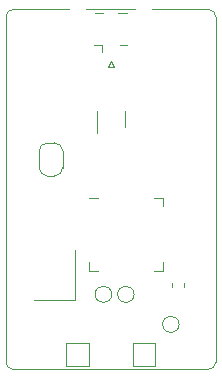
<source format=gbr>
%TF.GenerationSoftware,KiCad,Pcbnew,5.1.6+dfsg1-1~bpo10+1*%
%TF.CreationDate,Date%
%TF.ProjectId,ProMicro_LORA,50726f4d-6963-4726-9f5f-4c4f52412e6b,v1.1*%
%TF.SameCoordinates,Original*%
%TF.FileFunction,Legend,Top*%
%TF.FilePolarity,Positive*%
%FSLAX45Y45*%
G04 Gerber Fmt 4.5, Leading zero omitted, Abs format (unit mm)*
G04 Created by KiCad*
%MOMM*%
%LPD*%
G01*
G04 APERTURE LIST*
%TA.AperFunction,Profile*%
%ADD10C,0.100000*%
%TD*%
%ADD11C,0.120000*%
%ADD12R,1.600000X1.600000*%
%ADD13O,1.600000X1.600000*%
%ADD14R,4.800000X4.800000*%
%ADD15R,1.050000X2.200000*%
%ADD16R,1.000000X1.050000*%
%ADD17C,0.150000*%
%ADD18R,1.500000X1.500000*%
%ADD19R,0.400000X0.650000*%
%ADD20R,1.270000X3.600000*%
%ADD21R,1.350000X4.200000*%
%ADD22C,1.000000*%
%ADD23R,1.200000X1.400000*%
G04 APERTURE END LIST*
D10*
X-127000Y2857500D02*
X-127000Y-63500D01*
X1651000Y2857500D02*
X1651000Y-63500D01*
X-127000Y2857500D02*
G75*
G02*
X-63500Y2921000I63500J0D01*
G01*
X1587500Y2921000D02*
G75*
G02*
X1651000Y2857500I0J-63500D01*
G01*
X-63500Y2921000D02*
X1587500Y2921000D01*
X1651000Y-63500D02*
G75*
G02*
X1587500Y-127000I-63500J0D01*
G01*
X-63500Y-127000D02*
G75*
G02*
X-127000Y-63500I0J63500D01*
G01*
X1587500Y-127000D02*
X-63500Y-127000D01*
D11*
X1125000Y1327000D02*
X1200000Y1327000D01*
X1200000Y1327000D02*
X1200000Y1252000D01*
X653000Y705000D02*
X578000Y705000D01*
X578000Y705000D02*
X578000Y780000D01*
X1125000Y705000D02*
X1200000Y705000D01*
X1200000Y705000D02*
X1200000Y780000D01*
X653000Y1327000D02*
X578000Y1327000D01*
X622000Y2622000D02*
X686000Y2622000D01*
X902000Y2622000D02*
X838000Y2622000D01*
X686000Y2622000D02*
X686000Y2559000D01*
X627000Y2894000D02*
X897000Y2894000D01*
X284000Y1511000D02*
X224000Y1511000D01*
X354000Y1721000D02*
X354000Y1581000D01*
X224000Y1791000D02*
X284000Y1791000D01*
X154000Y1581000D02*
X154000Y1721000D01*
X224000Y1511000D02*
G75*
G02*
X154000Y1581000I0J70000D01*
G01*
X354000Y1581000D02*
G75*
G02*
X284000Y1511000I-70000J0D01*
G01*
X284000Y1791000D02*
G75*
G02*
X354000Y1721000I0J-70000D01*
G01*
X154000Y1721000D02*
G75*
G02*
X224000Y1791000I70000J0D01*
G01*
X948940Y-95000D02*
X948940Y95000D01*
X1138940Y-95000D02*
X948940Y-95000D01*
X1138940Y95000D02*
X1138940Y-95000D01*
X948940Y95000D02*
X1138940Y95000D01*
X384298Y-95000D02*
X384298Y95000D01*
X574298Y-95000D02*
X384298Y-95000D01*
X574298Y95000D02*
X574298Y-95000D01*
X384298Y95000D02*
X574298Y95000D01*
X646000Y2063900D02*
X646000Y1873900D01*
X878000Y1923900D02*
X878000Y2063900D01*
X787000Y2434500D02*
X762000Y2484500D01*
X737000Y2434500D02*
X787000Y2434500D01*
X762000Y2484500D02*
X737000Y2434500D01*
X1340000Y254000D02*
G75*
G03*
X1340000Y254000I-70000J0D01*
G01*
X959000Y508000D02*
G75*
G03*
X959000Y508000I-70000J0D01*
G01*
X768500Y508000D02*
G75*
G03*
X768500Y508000I-70000J0D01*
G01*
X1282500Y603028D02*
X1282500Y570472D01*
X1384500Y603028D02*
X1384500Y570472D01*
X460500Y463100D02*
X460500Y883100D01*
X110500Y463100D02*
X460500Y463100D01*
%LPC*%
D12*
X0Y0D03*
D13*
X0Y254000D03*
X0Y508000D03*
X1524000Y2794000D03*
X0Y762000D03*
X1524000Y2540000D03*
X0Y1016000D03*
X1524000Y2286000D03*
X0Y1270000D03*
X1524000Y2032000D03*
X0Y1524000D03*
X1524000Y1778000D03*
X0Y1778000D03*
X1524000Y1524000D03*
X0Y2032000D03*
X1524000Y1270000D03*
X0Y2286000D03*
X1524000Y1016000D03*
X0Y2540000D03*
X1524000Y762000D03*
X0Y2794000D03*
X1524000Y508000D03*
X1524000Y254000D03*
X1524000Y0D03*
D14*
X889000Y1016000D03*
G36*
G01*
X679000Y1283500D02*
X679000Y1346000D01*
G75*
G02*
X686500Y1353500I7500J0D01*
G01*
X701500Y1353500D01*
G75*
G02*
X709000Y1346000I0J-7500D01*
G01*
X709000Y1283500D01*
G75*
G02*
X701500Y1276000I-7500J0D01*
G01*
X686500Y1276000D01*
G75*
G02*
X679000Y1283500I0J7500D01*
G01*
G37*
G36*
G01*
X744000Y1283500D02*
X744000Y1346000D01*
G75*
G02*
X751500Y1353500I7500J0D01*
G01*
X766500Y1353500D01*
G75*
G02*
X774000Y1346000I0J-7500D01*
G01*
X774000Y1283500D01*
G75*
G02*
X766500Y1276000I-7500J0D01*
G01*
X751500Y1276000D01*
G75*
G02*
X744000Y1283500I0J7500D01*
G01*
G37*
G36*
G01*
X809000Y1283500D02*
X809000Y1346000D01*
G75*
G02*
X816500Y1353500I7500J0D01*
G01*
X831500Y1353500D01*
G75*
G02*
X839000Y1346000I0J-7500D01*
G01*
X839000Y1283500D01*
G75*
G02*
X831500Y1276000I-7500J0D01*
G01*
X816500Y1276000D01*
G75*
G02*
X809000Y1283500I0J7500D01*
G01*
G37*
G36*
G01*
X874000Y1283500D02*
X874000Y1346000D01*
G75*
G02*
X881500Y1353500I7500J0D01*
G01*
X896500Y1353500D01*
G75*
G02*
X904000Y1346000I0J-7500D01*
G01*
X904000Y1283500D01*
G75*
G02*
X896500Y1276000I-7500J0D01*
G01*
X881500Y1276000D01*
G75*
G02*
X874000Y1283500I0J7500D01*
G01*
G37*
G36*
G01*
X939000Y1283500D02*
X939000Y1346000D01*
G75*
G02*
X946500Y1353500I7500J0D01*
G01*
X961500Y1353500D01*
G75*
G02*
X969000Y1346000I0J-7500D01*
G01*
X969000Y1283500D01*
G75*
G02*
X961500Y1276000I-7500J0D01*
G01*
X946500Y1276000D01*
G75*
G02*
X939000Y1283500I0J7500D01*
G01*
G37*
G36*
G01*
X1004000Y1283500D02*
X1004000Y1346000D01*
G75*
G02*
X1011500Y1353500I7500J0D01*
G01*
X1026500Y1353500D01*
G75*
G02*
X1034000Y1346000I0J-7500D01*
G01*
X1034000Y1283500D01*
G75*
G02*
X1026500Y1276000I-7500J0D01*
G01*
X1011500Y1276000D01*
G75*
G02*
X1004000Y1283500I0J7500D01*
G01*
G37*
G36*
G01*
X1069000Y1283500D02*
X1069000Y1346000D01*
G75*
G02*
X1076500Y1353500I7500J0D01*
G01*
X1091500Y1353500D01*
G75*
G02*
X1099000Y1346000I0J-7500D01*
G01*
X1099000Y1283500D01*
G75*
G02*
X1091500Y1276000I-7500J0D01*
G01*
X1076500Y1276000D01*
G75*
G02*
X1069000Y1283500I0J7500D01*
G01*
G37*
G36*
G01*
X1149000Y1203500D02*
X1149000Y1218500D01*
G75*
G02*
X1156500Y1226000I7500J0D01*
G01*
X1219000Y1226000D01*
G75*
G02*
X1226500Y1218500I0J-7500D01*
G01*
X1226500Y1203500D01*
G75*
G02*
X1219000Y1196000I-7500J0D01*
G01*
X1156500Y1196000D01*
G75*
G02*
X1149000Y1203500I0J7500D01*
G01*
G37*
G36*
G01*
X1149000Y1138500D02*
X1149000Y1153500D01*
G75*
G02*
X1156500Y1161000I7500J0D01*
G01*
X1219000Y1161000D01*
G75*
G02*
X1226500Y1153500I0J-7500D01*
G01*
X1226500Y1138500D01*
G75*
G02*
X1219000Y1131000I-7500J0D01*
G01*
X1156500Y1131000D01*
G75*
G02*
X1149000Y1138500I0J7500D01*
G01*
G37*
G36*
G01*
X1149000Y1073500D02*
X1149000Y1088500D01*
G75*
G02*
X1156500Y1096000I7500J0D01*
G01*
X1219000Y1096000D01*
G75*
G02*
X1226500Y1088500I0J-7500D01*
G01*
X1226500Y1073500D01*
G75*
G02*
X1219000Y1066000I-7500J0D01*
G01*
X1156500Y1066000D01*
G75*
G02*
X1149000Y1073500I0J7500D01*
G01*
G37*
G36*
G01*
X1149000Y1008500D02*
X1149000Y1023500D01*
G75*
G02*
X1156500Y1031000I7500J0D01*
G01*
X1219000Y1031000D01*
G75*
G02*
X1226500Y1023500I0J-7500D01*
G01*
X1226500Y1008500D01*
G75*
G02*
X1219000Y1001000I-7500J0D01*
G01*
X1156500Y1001000D01*
G75*
G02*
X1149000Y1008500I0J7500D01*
G01*
G37*
G36*
G01*
X1149000Y943500D02*
X1149000Y958500D01*
G75*
G02*
X1156500Y966000I7500J0D01*
G01*
X1219000Y966000D01*
G75*
G02*
X1226500Y958500I0J-7500D01*
G01*
X1226500Y943500D01*
G75*
G02*
X1219000Y936000I-7500J0D01*
G01*
X1156500Y936000D01*
G75*
G02*
X1149000Y943500I0J7500D01*
G01*
G37*
G36*
G01*
X1149000Y878500D02*
X1149000Y893500D01*
G75*
G02*
X1156500Y901000I7500J0D01*
G01*
X1219000Y901000D01*
G75*
G02*
X1226500Y893500I0J-7500D01*
G01*
X1226500Y878500D01*
G75*
G02*
X1219000Y871000I-7500J0D01*
G01*
X1156500Y871000D01*
G75*
G02*
X1149000Y878500I0J7500D01*
G01*
G37*
G36*
G01*
X1149000Y813500D02*
X1149000Y828500D01*
G75*
G02*
X1156500Y836000I7500J0D01*
G01*
X1219000Y836000D01*
G75*
G02*
X1226500Y828500I0J-7500D01*
G01*
X1226500Y813500D01*
G75*
G02*
X1219000Y806000I-7500J0D01*
G01*
X1156500Y806000D01*
G75*
G02*
X1149000Y813500I0J7500D01*
G01*
G37*
G36*
G01*
X1069000Y686000D02*
X1069000Y748500D01*
G75*
G02*
X1076500Y756000I7500J0D01*
G01*
X1091500Y756000D01*
G75*
G02*
X1099000Y748500I0J-7500D01*
G01*
X1099000Y686000D01*
G75*
G02*
X1091500Y678500I-7500J0D01*
G01*
X1076500Y678500D01*
G75*
G02*
X1069000Y686000I0J7500D01*
G01*
G37*
G36*
G01*
X1004000Y686000D02*
X1004000Y748500D01*
G75*
G02*
X1011500Y756000I7500J0D01*
G01*
X1026500Y756000D01*
G75*
G02*
X1034000Y748500I0J-7500D01*
G01*
X1034000Y686000D01*
G75*
G02*
X1026500Y678500I-7500J0D01*
G01*
X1011500Y678500D01*
G75*
G02*
X1004000Y686000I0J7500D01*
G01*
G37*
G36*
G01*
X939000Y686000D02*
X939000Y748500D01*
G75*
G02*
X946500Y756000I7500J0D01*
G01*
X961500Y756000D01*
G75*
G02*
X969000Y748500I0J-7500D01*
G01*
X969000Y686000D01*
G75*
G02*
X961500Y678500I-7500J0D01*
G01*
X946500Y678500D01*
G75*
G02*
X939000Y686000I0J7500D01*
G01*
G37*
G36*
G01*
X874000Y686000D02*
X874000Y748500D01*
G75*
G02*
X881500Y756000I7500J0D01*
G01*
X896500Y756000D01*
G75*
G02*
X904000Y748500I0J-7500D01*
G01*
X904000Y686000D01*
G75*
G02*
X896500Y678500I-7500J0D01*
G01*
X881500Y678500D01*
G75*
G02*
X874000Y686000I0J7500D01*
G01*
G37*
G36*
G01*
X809000Y686000D02*
X809000Y748500D01*
G75*
G02*
X816500Y756000I7500J0D01*
G01*
X831500Y756000D01*
G75*
G02*
X839000Y748500I0J-7500D01*
G01*
X839000Y686000D01*
G75*
G02*
X831500Y678500I-7500J0D01*
G01*
X816500Y678500D01*
G75*
G02*
X809000Y686000I0J7500D01*
G01*
G37*
G36*
G01*
X744000Y686000D02*
X744000Y748500D01*
G75*
G02*
X751500Y756000I7500J0D01*
G01*
X766500Y756000D01*
G75*
G02*
X774000Y748500I0J-7500D01*
G01*
X774000Y686000D01*
G75*
G02*
X766500Y678500I-7500J0D01*
G01*
X751500Y678500D01*
G75*
G02*
X744000Y686000I0J7500D01*
G01*
G37*
G36*
G01*
X679000Y686000D02*
X679000Y748500D01*
G75*
G02*
X686500Y756000I7500J0D01*
G01*
X701500Y756000D01*
G75*
G02*
X709000Y748500I0J-7500D01*
G01*
X709000Y686000D01*
G75*
G02*
X701500Y678500I-7500J0D01*
G01*
X686500Y678500D01*
G75*
G02*
X679000Y686000I0J7500D01*
G01*
G37*
G36*
G01*
X551500Y813500D02*
X551500Y828500D01*
G75*
G02*
X559000Y836000I7500J0D01*
G01*
X621500Y836000D01*
G75*
G02*
X629000Y828500I0J-7500D01*
G01*
X629000Y813500D01*
G75*
G02*
X621500Y806000I-7500J0D01*
G01*
X559000Y806000D01*
G75*
G02*
X551500Y813500I0J7500D01*
G01*
G37*
G36*
G01*
X551500Y878500D02*
X551500Y893500D01*
G75*
G02*
X559000Y901000I7500J0D01*
G01*
X621500Y901000D01*
G75*
G02*
X629000Y893500I0J-7500D01*
G01*
X629000Y878500D01*
G75*
G02*
X621500Y871000I-7500J0D01*
G01*
X559000Y871000D01*
G75*
G02*
X551500Y878500I0J7500D01*
G01*
G37*
G36*
G01*
X551500Y943500D02*
X551500Y958500D01*
G75*
G02*
X559000Y966000I7500J0D01*
G01*
X621500Y966000D01*
G75*
G02*
X629000Y958500I0J-7500D01*
G01*
X629000Y943500D01*
G75*
G02*
X621500Y936000I-7500J0D01*
G01*
X559000Y936000D01*
G75*
G02*
X551500Y943500I0J7500D01*
G01*
G37*
G36*
G01*
X551500Y1008500D02*
X551500Y1023500D01*
G75*
G02*
X559000Y1031000I7500J0D01*
G01*
X621500Y1031000D01*
G75*
G02*
X629000Y1023500I0J-7500D01*
G01*
X629000Y1008500D01*
G75*
G02*
X621500Y1001000I-7500J0D01*
G01*
X559000Y1001000D01*
G75*
G02*
X551500Y1008500I0J7500D01*
G01*
G37*
G36*
G01*
X551500Y1073500D02*
X551500Y1088500D01*
G75*
G02*
X559000Y1096000I7500J0D01*
G01*
X621500Y1096000D01*
G75*
G02*
X629000Y1088500I0J-7500D01*
G01*
X629000Y1073500D01*
G75*
G02*
X621500Y1066000I-7500J0D01*
G01*
X559000Y1066000D01*
G75*
G02*
X551500Y1073500I0J7500D01*
G01*
G37*
G36*
G01*
X551500Y1138500D02*
X551500Y1153500D01*
G75*
G02*
X559000Y1161000I7500J0D01*
G01*
X621500Y1161000D01*
G75*
G02*
X629000Y1153500I0J-7500D01*
G01*
X629000Y1138500D01*
G75*
G02*
X621500Y1131000I-7500J0D01*
G01*
X559000Y1131000D01*
G75*
G02*
X551500Y1138500I0J7500D01*
G01*
G37*
G36*
G01*
X551500Y1203500D02*
X551500Y1218500D01*
G75*
G02*
X559000Y1226000I7500J0D01*
G01*
X621500Y1226000D01*
G75*
G02*
X629000Y1218500I0J-7500D01*
G01*
X629000Y1203500D01*
G75*
G02*
X621500Y1196000I-7500J0D01*
G01*
X559000Y1196000D01*
G75*
G02*
X551500Y1203500I0J7500D01*
G01*
G37*
D15*
X614500Y2758000D03*
D16*
X762000Y2605500D03*
D15*
X909500Y2758000D03*
D17*
G36*
X179060Y1716000D02*
G01*
X179060Y1718453D01*
X179541Y1723336D01*
X180498Y1728149D01*
X181923Y1732844D01*
X183800Y1737378D01*
X186114Y1741705D01*
X188840Y1745785D01*
X191952Y1749578D01*
X195422Y1753048D01*
X199215Y1756160D01*
X203295Y1758886D01*
X207622Y1761199D01*
X212155Y1763077D01*
X216851Y1764502D01*
X221663Y1765459D01*
X226547Y1765940D01*
X229000Y1765940D01*
X229000Y1766000D01*
X279000Y1766000D01*
X279000Y1765940D01*
X281453Y1765940D01*
X286337Y1765459D01*
X291149Y1764502D01*
X295845Y1763077D01*
X300378Y1761199D01*
X304705Y1758886D01*
X308785Y1756160D01*
X312578Y1753048D01*
X316048Y1749578D01*
X319160Y1745785D01*
X321886Y1741705D01*
X324200Y1737378D01*
X326077Y1732844D01*
X327502Y1728149D01*
X328459Y1723336D01*
X328940Y1718453D01*
X328940Y1716000D01*
X329000Y1716000D01*
X329000Y1666000D01*
X179000Y1666000D01*
X179000Y1716000D01*
X179060Y1716000D01*
G37*
G36*
X329000Y1636000D02*
G01*
X329000Y1586000D01*
X328940Y1586000D01*
X328940Y1583547D01*
X328459Y1578663D01*
X327502Y1573851D01*
X326077Y1569155D01*
X324200Y1564622D01*
X321886Y1560295D01*
X319160Y1556215D01*
X316048Y1552422D01*
X312578Y1548952D01*
X308785Y1545840D01*
X304705Y1543114D01*
X300378Y1540800D01*
X295845Y1538923D01*
X291149Y1537498D01*
X286337Y1536541D01*
X281453Y1536060D01*
X279000Y1536060D01*
X279000Y1536000D01*
X229000Y1536000D01*
X229000Y1536060D01*
X226547Y1536060D01*
X221663Y1536541D01*
X216851Y1537498D01*
X212155Y1538923D01*
X207622Y1540800D01*
X203295Y1543114D01*
X199215Y1545840D01*
X195422Y1548952D01*
X191952Y1552422D01*
X188840Y1556215D01*
X186114Y1560295D01*
X183800Y1564622D01*
X181923Y1569155D01*
X180498Y1573851D01*
X179541Y1578663D01*
X179060Y1583547D01*
X179060Y1586000D01*
X179000Y1586000D01*
X179000Y1636000D01*
X329000Y1636000D01*
G37*
G36*
G01*
X868150Y1543000D02*
X833650Y1543000D01*
G75*
G02*
X818900Y1557750I0J14750D01*
G01*
X818900Y1587250D01*
G75*
G02*
X833650Y1602000I14750J0D01*
G01*
X868150Y1602000D01*
G75*
G02*
X882900Y1587250I0J-14750D01*
G01*
X882900Y1557750D01*
G75*
G02*
X868150Y1543000I-14750J0D01*
G01*
G37*
G36*
G01*
X868150Y1446000D02*
X833650Y1446000D01*
G75*
G02*
X818900Y1460750I0J14750D01*
G01*
X818900Y1490250D01*
G75*
G02*
X833650Y1505000I14750J0D01*
G01*
X868150Y1505000D01*
G75*
G02*
X882900Y1490250I0J-14750D01*
G01*
X882900Y1460750D01*
G75*
G02*
X868150Y1446000I-14750J0D01*
G01*
G37*
G36*
G01*
X1211050Y1733500D02*
X1176550Y1733500D01*
G75*
G02*
X1161800Y1748250I0J14750D01*
G01*
X1161800Y1777750D01*
G75*
G02*
X1176550Y1792500I14750J0D01*
G01*
X1211050Y1792500D01*
G75*
G02*
X1225800Y1777750I0J-14750D01*
G01*
X1225800Y1748250D01*
G75*
G02*
X1211050Y1733500I-14750J0D01*
G01*
G37*
G36*
G01*
X1211050Y1636500D02*
X1176550Y1636500D01*
G75*
G02*
X1161800Y1651250I0J14750D01*
G01*
X1161800Y1680750D01*
G75*
G02*
X1176550Y1695500I14750J0D01*
G01*
X1211050Y1695500D01*
G75*
G02*
X1225800Y1680750I0J-14750D01*
G01*
X1225800Y1651250D01*
G75*
G02*
X1211050Y1636500I-14750J0D01*
G01*
G37*
D18*
X1043940Y0D03*
X479298Y0D03*
G36*
G01*
X489000Y2011150D02*
X489000Y1976650D01*
G75*
G02*
X474250Y1961900I-14750J0D01*
G01*
X444750Y1961900D01*
G75*
G02*
X430000Y1976650I0J14750D01*
G01*
X430000Y2011150D01*
G75*
G02*
X444750Y2025900I14750J0D01*
G01*
X474250Y2025900D01*
G75*
G02*
X489000Y2011150I0J-14750D01*
G01*
G37*
G36*
G01*
X586000Y2011150D02*
X586000Y1976650D01*
G75*
G02*
X571250Y1961900I-14750J0D01*
G01*
X541750Y1961900D01*
G75*
G02*
X527000Y1976650I0J14750D01*
G01*
X527000Y2011150D01*
G75*
G02*
X541750Y2025900I14750J0D01*
G01*
X571250Y2025900D01*
G75*
G02*
X586000Y2011150I0J-14750D01*
G01*
G37*
G36*
G01*
X1050000Y2205250D02*
X1050000Y2239750D01*
G75*
G02*
X1064750Y2254500I14750J0D01*
G01*
X1094250Y2254500D01*
G75*
G02*
X1109000Y2239750I0J-14750D01*
G01*
X1109000Y2205250D01*
G75*
G02*
X1094250Y2190500I-14750J0D01*
G01*
X1064750Y2190500D01*
G75*
G02*
X1050000Y2205250I0J14750D01*
G01*
G37*
G36*
G01*
X953000Y2205250D02*
X953000Y2239750D01*
G75*
G02*
X967750Y2254500I14750J0D01*
G01*
X997250Y2254500D01*
G75*
G02*
X1012000Y2239750I0J-14750D01*
G01*
X1012000Y2205250D01*
G75*
G02*
X997250Y2190500I-14750J0D01*
G01*
X967750Y2190500D01*
G75*
G02*
X953000Y2205250I0J14750D01*
G01*
G37*
G36*
G01*
X554250Y1695500D02*
X588750Y1695500D01*
G75*
G02*
X603500Y1680750I0J-14750D01*
G01*
X603500Y1651250D01*
G75*
G02*
X588750Y1636500I-14750J0D01*
G01*
X554250Y1636500D01*
G75*
G02*
X539500Y1651250I0J14750D01*
G01*
X539500Y1680750D01*
G75*
G02*
X554250Y1695500I14750J0D01*
G01*
G37*
G36*
G01*
X554250Y1792500D02*
X588750Y1792500D01*
G75*
G02*
X603500Y1777750I0J-14750D01*
G01*
X603500Y1748250D01*
G75*
G02*
X588750Y1733500I-14750J0D01*
G01*
X554250Y1733500D01*
G75*
G02*
X539500Y1748250I0J14750D01*
G01*
X539500Y1777750D01*
G75*
G02*
X554250Y1792500I14750J0D01*
G01*
G37*
G36*
G01*
X552500Y2366750D02*
X552500Y2332250D01*
G75*
G02*
X537750Y2317500I-14750J0D01*
G01*
X508250Y2317500D01*
G75*
G02*
X493500Y2332250I0J14750D01*
G01*
X493500Y2366750D01*
G75*
G02*
X508250Y2381500I14750J0D01*
G01*
X537750Y2381500D01*
G75*
G02*
X552500Y2366750I0J-14750D01*
G01*
G37*
G36*
G01*
X649500Y2366750D02*
X649500Y2332250D01*
G75*
G02*
X634750Y2317500I-14750J0D01*
G01*
X605250Y2317500D01*
G75*
G02*
X590500Y2332250I0J14750D01*
G01*
X590500Y2366750D01*
G75*
G02*
X605250Y2381500I14750J0D01*
G01*
X634750Y2381500D01*
G75*
G02*
X649500Y2366750I0J-14750D01*
G01*
G37*
G36*
G01*
X1050000Y2332250D02*
X1050000Y2366750D01*
G75*
G02*
X1064750Y2381500I14750J0D01*
G01*
X1094250Y2381500D01*
G75*
G02*
X1109000Y2366750I0J-14750D01*
G01*
X1109000Y2332250D01*
G75*
G02*
X1094250Y2317500I-14750J0D01*
G01*
X1064750Y2317500D01*
G75*
G02*
X1050000Y2332250I0J14750D01*
G01*
G37*
G36*
G01*
X953000Y2332250D02*
X953000Y2366750D01*
G75*
G02*
X967750Y2381500I14750J0D01*
G01*
X997250Y2381500D01*
G75*
G02*
X1012000Y2366750I0J-14750D01*
G01*
X1012000Y2332250D01*
G75*
G02*
X997250Y2317500I-14750J0D01*
G01*
X967750Y2317500D01*
G75*
G02*
X953000Y2332250I0J14750D01*
G01*
G37*
G36*
G01*
X791500Y2239750D02*
X791500Y2205250D01*
G75*
G02*
X776750Y2190500I-14750J0D01*
G01*
X747250Y2190500D01*
G75*
G02*
X732500Y2205250I0J14750D01*
G01*
X732500Y2239750D01*
G75*
G02*
X747250Y2254500I14750J0D01*
G01*
X776750Y2254500D01*
G75*
G02*
X791500Y2239750I0J-14750D01*
G01*
G37*
G36*
G01*
X888500Y2239750D02*
X888500Y2205250D01*
G75*
G02*
X873750Y2190500I-14750J0D01*
G01*
X844250Y2190500D01*
G75*
G02*
X829500Y2205250I0J14750D01*
G01*
X829500Y2239750D01*
G75*
G02*
X844250Y2254500I14750J0D01*
G01*
X873750Y2254500D01*
G75*
G02*
X888500Y2239750I0J-14750D01*
G01*
G37*
G36*
G01*
X489000Y1909550D02*
X489000Y1875050D01*
G75*
G02*
X474250Y1860300I-14750J0D01*
G01*
X444750Y1860300D01*
G75*
G02*
X430000Y1875050I0J14750D01*
G01*
X430000Y1909550D01*
G75*
G02*
X444750Y1924300I14750J0D01*
G01*
X474250Y1924300D01*
G75*
G02*
X489000Y1909550I0J-14750D01*
G01*
G37*
G36*
G01*
X586000Y1909550D02*
X586000Y1875050D01*
G75*
G02*
X571250Y1860300I-14750J0D01*
G01*
X541750Y1860300D01*
G75*
G02*
X527000Y1875050I0J14750D01*
G01*
X527000Y1909550D01*
G75*
G02*
X541750Y1924300I14750J0D01*
G01*
X571250Y1924300D01*
G75*
G02*
X586000Y1909550I0J-14750D01*
G01*
G37*
G36*
G01*
X1050000Y1875050D02*
X1050000Y1909550D01*
G75*
G02*
X1064750Y1924300I14750J0D01*
G01*
X1094250Y1924300D01*
G75*
G02*
X1109000Y1909550I0J-14750D01*
G01*
X1109000Y1875050D01*
G75*
G02*
X1094250Y1860300I-14750J0D01*
G01*
X1064750Y1860300D01*
G75*
G02*
X1050000Y1875050I0J14750D01*
G01*
G37*
G36*
G01*
X953000Y1875050D02*
X953000Y1909550D01*
G75*
G02*
X967750Y1924300I14750J0D01*
G01*
X997250Y1924300D01*
G75*
G02*
X1012000Y1909550I0J-14750D01*
G01*
X1012000Y1875050D01*
G75*
G02*
X997250Y1860300I-14750J0D01*
G01*
X967750Y1860300D01*
G75*
G02*
X953000Y1875050I0J14750D01*
G01*
G37*
G36*
G01*
X1109000Y2011150D02*
X1109000Y1976650D01*
G75*
G02*
X1094250Y1961900I-14750J0D01*
G01*
X1064750Y1961900D01*
G75*
G02*
X1050000Y1976650I0J14750D01*
G01*
X1050000Y2011150D01*
G75*
G02*
X1064750Y2025900I14750J0D01*
G01*
X1094250Y2025900D01*
G75*
G02*
X1109000Y2011150I0J-14750D01*
G01*
G37*
G36*
G01*
X1012000Y2011150D02*
X1012000Y1976650D01*
G75*
G02*
X997250Y1961900I-14750J0D01*
G01*
X967750Y1961900D01*
G75*
G02*
X953000Y1976650I0J14750D01*
G01*
X953000Y2011150D01*
G75*
G02*
X967750Y2025900I14750J0D01*
G01*
X997250Y2025900D01*
G75*
G02*
X1012000Y2011150I0J-14750D01*
G01*
G37*
G36*
G01*
X461750Y1733500D02*
X427250Y1733500D01*
G75*
G02*
X412500Y1748250I0J14750D01*
G01*
X412500Y1777750D01*
G75*
G02*
X427250Y1792500I14750J0D01*
G01*
X461750Y1792500D01*
G75*
G02*
X476500Y1777750I0J-14750D01*
G01*
X476500Y1748250D01*
G75*
G02*
X461750Y1733500I-14750J0D01*
G01*
G37*
G36*
G01*
X461750Y1636500D02*
X427250Y1636500D01*
G75*
G02*
X412500Y1651250I0J14750D01*
G01*
X412500Y1680750D01*
G75*
G02*
X427250Y1695500I14750J0D01*
G01*
X461750Y1695500D01*
G75*
G02*
X476500Y1680750I0J-14750D01*
G01*
X476500Y1651250D01*
G75*
G02*
X461750Y1636500I-14750J0D01*
G01*
G37*
G36*
G01*
X935250Y1695500D02*
X969750Y1695500D01*
G75*
G02*
X984500Y1680750I0J-14750D01*
G01*
X984500Y1651250D01*
G75*
G02*
X969750Y1636500I-14750J0D01*
G01*
X935250Y1636500D01*
G75*
G02*
X920500Y1651250I0J14750D01*
G01*
X920500Y1680750D01*
G75*
G02*
X935250Y1695500I14750J0D01*
G01*
G37*
G36*
G01*
X935250Y1792500D02*
X969750Y1792500D01*
G75*
G02*
X984500Y1777750I0J-14750D01*
G01*
X984500Y1748250D01*
G75*
G02*
X969750Y1733500I-14750J0D01*
G01*
X935250Y1733500D01*
G75*
G02*
X920500Y1748250I0J14750D01*
G01*
X920500Y1777750D01*
G75*
G02*
X935250Y1792500I14750J0D01*
G01*
G37*
G36*
G01*
X1096750Y1543000D02*
X1062250Y1543000D01*
G75*
G02*
X1047500Y1557750I0J14750D01*
G01*
X1047500Y1587250D01*
G75*
G02*
X1062250Y1602000I14750J0D01*
G01*
X1096750Y1602000D01*
G75*
G02*
X1111500Y1587250I0J-14750D01*
G01*
X1111500Y1557750D01*
G75*
G02*
X1096750Y1543000I-14750J0D01*
G01*
G37*
G36*
G01*
X1096750Y1446000D02*
X1062250Y1446000D01*
G75*
G02*
X1047500Y1460750I0J14750D01*
G01*
X1047500Y1490250D01*
G75*
G02*
X1062250Y1505000I14750J0D01*
G01*
X1096750Y1505000D01*
G75*
G02*
X1111500Y1490250I0J-14750D01*
G01*
X1111500Y1460750D01*
G75*
G02*
X1096750Y1446000I-14750J0D01*
G01*
G37*
D19*
X697000Y2088900D03*
X827000Y2088900D03*
X762000Y1898900D03*
X762000Y2088900D03*
X827000Y1898900D03*
X697000Y1898900D03*
G36*
G01*
X1012000Y2112750D02*
X1012000Y2078250D01*
G75*
G02*
X997250Y2063500I-14750J0D01*
G01*
X967750Y2063500D01*
G75*
G02*
X953000Y2078250I0J14750D01*
G01*
X953000Y2112750D01*
G75*
G02*
X967750Y2127500I14750J0D01*
G01*
X997250Y2127500D01*
G75*
G02*
X1012000Y2112750I0J-14750D01*
G01*
G37*
G36*
G01*
X1109000Y2112750D02*
X1109000Y2078250D01*
G75*
G02*
X1094250Y2063500I-14750J0D01*
G01*
X1064750Y2063500D01*
G75*
G02*
X1050000Y2078250I0J14750D01*
G01*
X1050000Y2112750D01*
G75*
G02*
X1064750Y2127500I14750J0D01*
G01*
X1094250Y2127500D01*
G75*
G02*
X1109000Y2112750I0J-14750D01*
G01*
G37*
G36*
G01*
X791500Y2366750D02*
X791500Y2332250D01*
G75*
G02*
X776750Y2317500I-14750J0D01*
G01*
X747250Y2317500D01*
G75*
G02*
X732500Y2332250I0J14750D01*
G01*
X732500Y2366750D01*
G75*
G02*
X747250Y2381500I14750J0D01*
G01*
X776750Y2381500D01*
G75*
G02*
X791500Y2366750I0J-14750D01*
G01*
G37*
G36*
G01*
X888500Y2366750D02*
X888500Y2332250D01*
G75*
G02*
X873750Y2317500I-14750J0D01*
G01*
X844250Y2317500D01*
G75*
G02*
X829500Y2332250I0J14750D01*
G01*
X829500Y2366750D01*
G75*
G02*
X844250Y2381500I14750J0D01*
G01*
X873750Y2381500D01*
G75*
G02*
X888500Y2366750I0J-14750D01*
G01*
G37*
G36*
G01*
X715750Y1733500D02*
X681250Y1733500D01*
G75*
G02*
X666500Y1748250I0J14750D01*
G01*
X666500Y1777750D01*
G75*
G02*
X681250Y1792500I14750J0D01*
G01*
X715750Y1792500D01*
G75*
G02*
X730500Y1777750I0J-14750D01*
G01*
X730500Y1748250D01*
G75*
G02*
X715750Y1733500I-14750J0D01*
G01*
G37*
G36*
G01*
X715750Y1636500D02*
X681250Y1636500D01*
G75*
G02*
X666500Y1651250I0J14750D01*
G01*
X666500Y1680750D01*
G75*
G02*
X681250Y1695500I14750J0D01*
G01*
X715750Y1695500D01*
G75*
G02*
X730500Y1680750I0J-14750D01*
G01*
X730500Y1651250D01*
G75*
G02*
X715750Y1636500I-14750J0D01*
G01*
G37*
G36*
G01*
X1096750Y1733500D02*
X1062250Y1733500D01*
G75*
G02*
X1047500Y1748250I0J14750D01*
G01*
X1047500Y1777750D01*
G75*
G02*
X1062250Y1792500I14750J0D01*
G01*
X1096750Y1792500D01*
G75*
G02*
X1111500Y1777750I0J-14750D01*
G01*
X1111500Y1748250D01*
G75*
G02*
X1096750Y1733500I-14750J0D01*
G01*
G37*
G36*
G01*
X1096750Y1636500D02*
X1062250Y1636500D01*
G75*
G02*
X1047500Y1651250I0J14750D01*
G01*
X1047500Y1680750D01*
G75*
G02*
X1062250Y1695500I14750J0D01*
G01*
X1096750Y1695500D01*
G75*
G02*
X1111500Y1680750I0J-14750D01*
G01*
X1111500Y1651250D01*
G75*
G02*
X1096750Y1636500I-14750J0D01*
G01*
G37*
G36*
G01*
X808250Y1695500D02*
X842750Y1695500D01*
G75*
G02*
X857500Y1680750I0J-14750D01*
G01*
X857500Y1651250D01*
G75*
G02*
X842750Y1636500I-14750J0D01*
G01*
X808250Y1636500D01*
G75*
G02*
X793500Y1651250I0J14750D01*
G01*
X793500Y1680750D01*
G75*
G02*
X808250Y1695500I14750J0D01*
G01*
G37*
G36*
G01*
X808250Y1792500D02*
X842750Y1792500D01*
G75*
G02*
X857500Y1777750I0J-14750D01*
G01*
X857500Y1748250D01*
G75*
G02*
X842750Y1733500I-14750J0D01*
G01*
X808250Y1733500D01*
G75*
G02*
X793500Y1748250I0J14750D01*
G01*
X793500Y1777750D01*
G75*
G02*
X808250Y1792500I14750J0D01*
G01*
G37*
G36*
G01*
X969750Y1543000D02*
X935250Y1543000D01*
G75*
G02*
X920500Y1557750I0J14750D01*
G01*
X920500Y1587250D01*
G75*
G02*
X935250Y1602000I14750J0D01*
G01*
X969750Y1602000D01*
G75*
G02*
X984500Y1587250I0J-14750D01*
G01*
X984500Y1557750D01*
G75*
G02*
X969750Y1543000I-14750J0D01*
G01*
G37*
G36*
G01*
X969750Y1446000D02*
X935250Y1446000D01*
G75*
G02*
X920500Y1460750I0J14750D01*
G01*
X920500Y1490250D01*
G75*
G02*
X935250Y1505000I14750J0D01*
G01*
X969750Y1505000D01*
G75*
G02*
X984500Y1490250I0J-14750D01*
G01*
X984500Y1460750D01*
G75*
G02*
X969750Y1446000I-14750J0D01*
G01*
G37*
D20*
X762000Y2730500D03*
D21*
X479500Y2710500D03*
X1044500Y2710500D03*
D22*
X1270000Y254000D03*
X889000Y508000D03*
X698500Y508000D03*
G36*
G01*
X1307875Y551750D02*
X1359125Y551750D01*
G75*
G02*
X1381000Y529875I0J-21875D01*
G01*
X1381000Y486125D01*
G75*
G02*
X1359125Y464250I-21875J0D01*
G01*
X1307875Y464250D01*
G75*
G02*
X1286000Y486125I0J21875D01*
G01*
X1286000Y529875D01*
G75*
G02*
X1307875Y551750I21875J0D01*
G01*
G37*
G36*
G01*
X1307875Y709250D02*
X1359125Y709250D01*
G75*
G02*
X1381000Y687375I0J-21875D01*
G01*
X1381000Y643625D01*
G75*
G02*
X1359125Y621750I-21875J0D01*
G01*
X1307875Y621750D01*
G75*
G02*
X1286000Y643625I0J21875D01*
G01*
X1286000Y687375D01*
G75*
G02*
X1307875Y709250I21875J0D01*
G01*
G37*
D23*
X190500Y553100D03*
X190500Y793100D03*
X380500Y793100D03*
X380500Y553100D03*
G36*
G01*
X1189250Y634500D02*
X1223750Y634500D01*
G75*
G02*
X1238500Y619750I0J-14750D01*
G01*
X1238500Y590250D01*
G75*
G02*
X1223750Y575500I-14750J0D01*
G01*
X1189250Y575500D01*
G75*
G02*
X1174500Y590250I0J14750D01*
G01*
X1174500Y619750D01*
G75*
G02*
X1189250Y634500I14750J0D01*
G01*
G37*
G36*
G01*
X1189250Y537500D02*
X1223750Y537500D01*
G75*
G02*
X1238500Y522750I0J-14750D01*
G01*
X1238500Y493250D01*
G75*
G02*
X1223750Y478500I-14750J0D01*
G01*
X1189250Y478500D01*
G75*
G02*
X1174500Y493250I0J14750D01*
G01*
X1174500Y522750D01*
G75*
G02*
X1189250Y537500I14750J0D01*
G01*
G37*
G36*
G01*
X362000Y1414250D02*
X362000Y1379750D01*
G75*
G02*
X347250Y1365000I-14750J0D01*
G01*
X317750Y1365000D01*
G75*
G02*
X303000Y1379750I0J14750D01*
G01*
X303000Y1414250D01*
G75*
G02*
X317750Y1429000I14750J0D01*
G01*
X347250Y1429000D01*
G75*
G02*
X362000Y1414250I0J-14750D01*
G01*
G37*
G36*
G01*
X459000Y1414250D02*
X459000Y1379750D01*
G75*
G02*
X444250Y1365000I-14750J0D01*
G01*
X414750Y1365000D01*
G75*
G02*
X400000Y1379750I0J14750D01*
G01*
X400000Y1414250D01*
G75*
G02*
X414750Y1429000I14750J0D01*
G01*
X444250Y1429000D01*
G75*
G02*
X459000Y1414250I0J-14750D01*
G01*
G37*
G36*
G01*
X362000Y1033250D02*
X362000Y998750D01*
G75*
G02*
X347250Y984000I-14750J0D01*
G01*
X317750Y984000D01*
G75*
G02*
X303000Y998750I0J14750D01*
G01*
X303000Y1033250D01*
G75*
G02*
X317750Y1048000I14750J0D01*
G01*
X347250Y1048000D01*
G75*
G02*
X362000Y1033250I0J-14750D01*
G01*
G37*
G36*
G01*
X459000Y1033250D02*
X459000Y998750D01*
G75*
G02*
X444250Y984000I-14750J0D01*
G01*
X414750Y984000D01*
G75*
G02*
X400000Y998750I0J14750D01*
G01*
X400000Y1033250D01*
G75*
G02*
X414750Y1048000I14750J0D01*
G01*
X444250Y1048000D01*
G75*
G02*
X459000Y1033250I0J-14750D01*
G01*
G37*
G36*
G01*
X427250Y1187500D02*
X461750Y1187500D01*
G75*
G02*
X476500Y1172750I0J-14750D01*
G01*
X476500Y1143250D01*
G75*
G02*
X461750Y1128500I-14750J0D01*
G01*
X427250Y1128500D01*
G75*
G02*
X412500Y1143250I0J14750D01*
G01*
X412500Y1172750D01*
G75*
G02*
X427250Y1187500I14750J0D01*
G01*
G37*
G36*
G01*
X427250Y1284500D02*
X461750Y1284500D01*
G75*
G02*
X476500Y1269750I0J-14750D01*
G01*
X476500Y1240250D01*
G75*
G02*
X461750Y1225500I-14750J0D01*
G01*
X427250Y1225500D01*
G75*
G02*
X412500Y1240250I0J14750D01*
G01*
X412500Y1269750D01*
G75*
G02*
X427250Y1284500I14750J0D01*
G01*
G37*
G36*
G01*
X334750Y1225500D02*
X300250Y1225500D01*
G75*
G02*
X285500Y1240250I0J14750D01*
G01*
X285500Y1269750D01*
G75*
G02*
X300250Y1284500I14750J0D01*
G01*
X334750Y1284500D01*
G75*
G02*
X349500Y1269750I0J-14750D01*
G01*
X349500Y1240250D01*
G75*
G02*
X334750Y1225500I-14750J0D01*
G01*
G37*
G36*
G01*
X334750Y1128500D02*
X300250Y1128500D01*
G75*
G02*
X285500Y1143250I0J14750D01*
G01*
X285500Y1172750D01*
G75*
G02*
X300250Y1187500I14750J0D01*
G01*
X334750Y1187500D01*
G75*
G02*
X349500Y1172750I0J-14750D01*
G01*
X349500Y1143250D01*
G75*
G02*
X334750Y1128500I-14750J0D01*
G01*
G37*
G36*
G01*
X1096750Y575500D02*
X1062250Y575500D01*
G75*
G02*
X1047500Y590250I0J14750D01*
G01*
X1047500Y619750D01*
G75*
G02*
X1062250Y634500I14750J0D01*
G01*
X1096750Y634500D01*
G75*
G02*
X1111500Y619750I0J-14750D01*
G01*
X1111500Y590250D01*
G75*
G02*
X1096750Y575500I-14750J0D01*
G01*
G37*
G36*
G01*
X1096750Y478500D02*
X1062250Y478500D01*
G75*
G02*
X1047500Y493250I0J14750D01*
G01*
X1047500Y522750D01*
G75*
G02*
X1062250Y537500I14750J0D01*
G01*
X1096750Y537500D01*
G75*
G02*
X1111500Y522750I0J-14750D01*
G01*
X1111500Y493250D01*
G75*
G02*
X1096750Y478500I-14750J0D01*
G01*
G37*
G36*
G01*
X617750Y1505000D02*
X652250Y1505000D01*
G75*
G02*
X667000Y1490250I0J-14750D01*
G01*
X667000Y1460750D01*
G75*
G02*
X652250Y1446000I-14750J0D01*
G01*
X617750Y1446000D01*
G75*
G02*
X603000Y1460750I0J14750D01*
G01*
X603000Y1490250D01*
G75*
G02*
X617750Y1505000I14750J0D01*
G01*
G37*
G36*
G01*
X617750Y1602000D02*
X652250Y1602000D01*
G75*
G02*
X667000Y1587250I0J-14750D01*
G01*
X667000Y1557750D01*
G75*
G02*
X652250Y1543000I-14750J0D01*
G01*
X617750Y1543000D01*
G75*
G02*
X603000Y1557750I0J14750D01*
G01*
X603000Y1587250D01*
G75*
G02*
X617750Y1602000I14750J0D01*
G01*
G37*
G36*
G01*
X766550Y1543000D02*
X732050Y1543000D01*
G75*
G02*
X717300Y1557750I0J14750D01*
G01*
X717300Y1587250D01*
G75*
G02*
X732050Y1602000I14750J0D01*
G01*
X766550Y1602000D01*
G75*
G02*
X781300Y1587250I0J-14750D01*
G01*
X781300Y1557750D01*
G75*
G02*
X766550Y1543000I-14750J0D01*
G01*
G37*
G36*
G01*
X766550Y1446000D02*
X732050Y1446000D01*
G75*
G02*
X717300Y1460750I0J14750D01*
G01*
X717300Y1490250D01*
G75*
G02*
X732050Y1505000I14750J0D01*
G01*
X766550Y1505000D01*
G75*
G02*
X781300Y1490250I0J-14750D01*
G01*
X781300Y1460750D01*
G75*
G02*
X766550Y1446000I-14750J0D01*
G01*
G37*
G36*
G01*
X207750Y1050000D02*
X173250Y1050000D01*
G75*
G02*
X158500Y1064750I0J14750D01*
G01*
X158500Y1094250D01*
G75*
G02*
X173250Y1109000I14750J0D01*
G01*
X207750Y1109000D01*
G75*
G02*
X222500Y1094250I0J-14750D01*
G01*
X222500Y1064750D01*
G75*
G02*
X207750Y1050000I-14750J0D01*
G01*
G37*
G36*
G01*
X207750Y953000D02*
X173250Y953000D01*
G75*
G02*
X158500Y967750I0J14750D01*
G01*
X158500Y997250D01*
G75*
G02*
X173250Y1012000I14750J0D01*
G01*
X207750Y1012000D01*
G75*
G02*
X222500Y997250I0J-14750D01*
G01*
X222500Y967750D01*
G75*
G02*
X207750Y953000I-14750J0D01*
G01*
G37*
G36*
G01*
X235000Y398250D02*
X235000Y363750D01*
G75*
G02*
X220250Y349000I-14750J0D01*
G01*
X190750Y349000D01*
G75*
G02*
X176000Y363750I0J14750D01*
G01*
X176000Y398250D01*
G75*
G02*
X190750Y413000I14750J0D01*
G01*
X220250Y413000D01*
G75*
G02*
X235000Y398250I0J-14750D01*
G01*
G37*
G36*
G01*
X332000Y398250D02*
X332000Y363750D01*
G75*
G02*
X317250Y349000I-14750J0D01*
G01*
X287750Y349000D01*
G75*
G02*
X273000Y363750I0J14750D01*
G01*
X273000Y398250D01*
G75*
G02*
X287750Y413000I14750J0D01*
G01*
X317250Y413000D01*
G75*
G02*
X332000Y398250I0J-14750D01*
G01*
G37*
M02*

</source>
